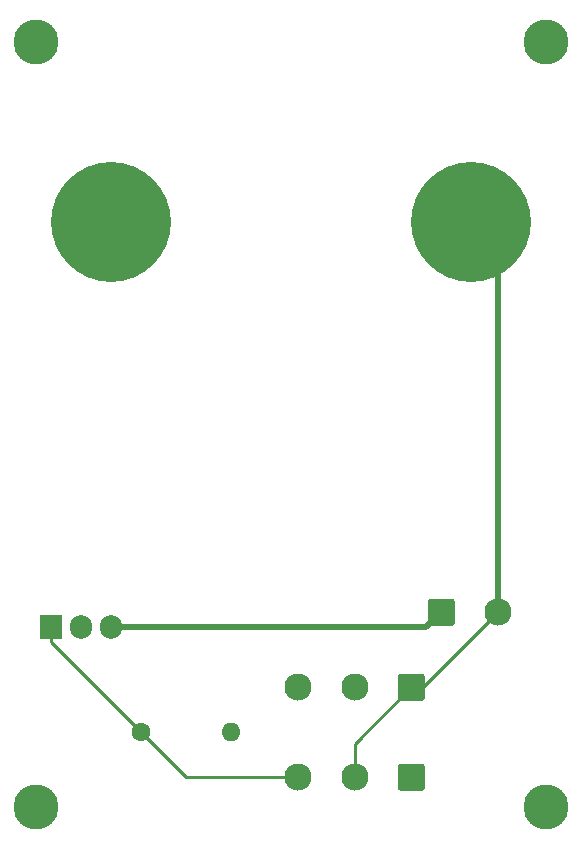
<source format=gbr>
%TF.GenerationSoftware,KiCad,Pcbnew,(5.1.7)-1*%
%TF.CreationDate,2020-11-03T16:06:53+11:00*%
%TF.ProjectId,physbryk_power_supply,70687973-6272-4796-9b5f-706f7765725f,0.0.1*%
%TF.SameCoordinates,Original*%
%TF.FileFunction,Copper,L1,Top*%
%TF.FilePolarity,Positive*%
%FSLAX46Y46*%
G04 Gerber Fmt 4.6, Leading zero omitted, Abs format (unit mm)*
G04 Created by KiCad (PCBNEW (5.1.7)-1) date 2020-11-03 16:06:53*
%MOMM*%
%LPD*%
G01*
G04 APERTURE LIST*
%TA.AperFunction,ComponentPad*%
%ADD10C,3.810000*%
%TD*%
%TA.AperFunction,ComponentPad*%
%ADD11C,2.300000*%
%TD*%
%TA.AperFunction,ComponentPad*%
%ADD12C,10.160000*%
%TD*%
%TA.AperFunction,ComponentPad*%
%ADD13C,1.600000*%
%TD*%
%TA.AperFunction,ComponentPad*%
%ADD14O,1.600000X1.600000*%
%TD*%
%TA.AperFunction,ComponentPad*%
%ADD15R,1.905000X2.000000*%
%TD*%
%TA.AperFunction,ComponentPad*%
%ADD16O,1.905000X2.000000*%
%TD*%
%TA.AperFunction,Conductor*%
%ADD17C,0.500000*%
%TD*%
%TA.AperFunction,Conductor*%
%ADD18C,0.250000*%
%TD*%
G04 APERTURE END LIST*
D10*
%TO.P,P?,?*%
%TO.N,N/C*%
X171450000Y-114300000D03*
%TD*%
%TO.P,P?,?*%
%TO.N,N/C*%
X128270000Y-114300000D03*
%TD*%
%TO.P,P?,?*%
%TO.N,N/C*%
X171450000Y-49530000D03*
%TD*%
%TO.P,P?,?*%
%TO.N,N/C*%
X128270000Y-49530000D03*
%TD*%
%TO.P,BT1,1*%
%TO.N,Net-(BT1-Pad1)*%
%TA.AperFunction,ComponentPad*%
G36*
G01*
X161410000Y-98690000D02*
X161410000Y-96890000D01*
G75*
G02*
X161660000Y-96640000I250000J0D01*
G01*
X163460000Y-96640000D01*
G75*
G02*
X163710000Y-96890000I0J-250000D01*
G01*
X163710000Y-98690000D01*
G75*
G02*
X163460000Y-98940000I-250000J0D01*
G01*
X161660000Y-98940000D01*
G75*
G02*
X161410000Y-98690000I0J250000D01*
G01*
G37*
%TD.AperFunction*%
D11*
%TO.P,BT1,2*%
%TO.N,GND*%
X167360000Y-97790000D03*
%TD*%
D12*
%TO.P,H1,1*%
%TO.N,Net-(H1-Pad1)*%
X134620000Y-64770000D03*
%TD*%
%TO.P,H2,1*%
%TO.N,GND*%
X165100000Y-64770000D03*
%TD*%
D13*
%TO.P,R1,1*%
%TO.N,Net-(R1-Pad1)*%
X137160000Y-107950000D03*
D14*
%TO.P,R1,2*%
%TO.N,Net-(MES1-Pad2)*%
X144780000Y-107950000D03*
%TD*%
D15*
%TO.P,U1,1*%
%TO.N,Net-(R1-Pad1)*%
X129540000Y-99060000D03*
D16*
%TO.P,U1,2*%
%TO.N,Net-(MES1-Pad2)*%
X132080000Y-99060000D03*
%TO.P,U1,3*%
%TO.N,Net-(BT1-Pad1)*%
X134620000Y-99060000D03*
%TD*%
%TO.P,RV1,1*%
%TO.N,Net-(RV1-Pad1)*%
%TA.AperFunction,ComponentPad*%
G36*
G01*
X161170000Y-110860000D02*
X161170000Y-112660000D01*
G75*
G02*
X160920000Y-112910000I-250000J0D01*
G01*
X159120000Y-112910000D01*
G75*
G02*
X158870000Y-112660000I0J250000D01*
G01*
X158870000Y-110860000D01*
G75*
G02*
X159120000Y-110610000I250000J0D01*
G01*
X160920000Y-110610000D01*
G75*
G02*
X161170000Y-110860000I0J-250000D01*
G01*
G37*
%TD.AperFunction*%
D11*
%TO.P,RV1,2*%
%TO.N,GND*%
X155220000Y-111760000D03*
%TO.P,RV1,3*%
%TO.N,Net-(R1-Pad1)*%
X150420000Y-111760000D03*
%TD*%
%TO.P,MES1,1*%
%TO.N,GND*%
%TA.AperFunction,ComponentPad*%
G36*
G01*
X161170000Y-103240000D02*
X161170000Y-105040000D01*
G75*
G02*
X160920000Y-105290000I-250000J0D01*
G01*
X159120000Y-105290000D01*
G75*
G02*
X158870000Y-105040000I0J250000D01*
G01*
X158870000Y-103240000D01*
G75*
G02*
X159120000Y-102990000I250000J0D01*
G01*
X160920000Y-102990000D01*
G75*
G02*
X161170000Y-103240000I0J-250000D01*
G01*
G37*
%TD.AperFunction*%
%TO.P,MES1,2*%
%TO.N,Net-(MES1-Pad2)*%
X155220000Y-104140000D03*
%TO.P,MES1,3*%
%TO.N,Net-(H1-Pad1)*%
X150420000Y-104140000D03*
%TD*%
D17*
%TO.N,Net-(BT1-Pad1)*%
X161290000Y-99060000D02*
X162560000Y-97790000D01*
X134620000Y-99060000D02*
X161290000Y-99060000D01*
D18*
%TO.N,Net-(R1-Pad1)*%
X129540000Y-100330000D02*
X137160000Y-107950000D01*
X129540000Y-99060000D02*
X129540000Y-100330000D01*
X140970000Y-111760000D02*
X150420000Y-111760000D01*
X137160000Y-107950000D02*
X140970000Y-111760000D01*
%TO.N,GND*%
X166650000Y-97080000D02*
X167360000Y-97790000D01*
X167360000Y-67030000D02*
X165100000Y-64770000D01*
D17*
X167360000Y-97790000D02*
X167360000Y-67030000D01*
D18*
X155220000Y-108940000D02*
X160020000Y-104140000D01*
X155220000Y-111760000D02*
X155220000Y-108940000D01*
X161010000Y-104140000D02*
X167360000Y-97790000D01*
X160020000Y-104140000D02*
X161010000Y-104140000D01*
%TD*%
M02*

</source>
